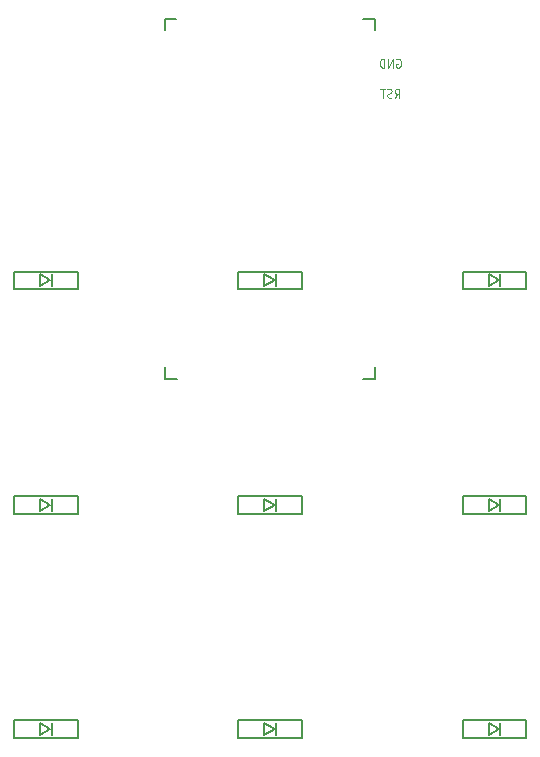
<source format=gbr>
%TF.GenerationSoftware,KiCad,Pcbnew,5.1.6-1.fc32*%
%TF.CreationDate,2020-07-09T19:21:21-05:00*%
%TF.ProjectId,source_pad,736f7572-6365-45f7-9061-642e6b696361,rev?*%
%TF.SameCoordinates,Original*%
%TF.FileFunction,Legend,Bot*%
%TF.FilePolarity,Positive*%
%FSLAX46Y46*%
G04 Gerber Fmt 4.6, Leading zero omitted, Abs format (unit mm)*
G04 Created by KiCad (PCBNEW 5.1.6-1.fc32) date 2020-07-09 19:21:21*
%MOMM*%
%LPD*%
G01*
G04 APERTURE LIST*
%ADD10C,0.150000*%
%ADD11C,0.125000*%
%ADD12C,4.100000*%
%ADD13C,2.000000*%
%ADD14O,2.600000X2.100000*%
%ADD15C,0.800000*%
%ADD16C,4.500000*%
%ADD17R,1.400000X1.050000*%
%ADD18C,1.497000*%
%ADD19R,1.497000X1.497000*%
%ADD20C,1.624000*%
G04 APERTURE END LIST*
D10*
%TO.C,D1*%
X97300000Y-110250000D02*
X97300000Y-108750000D01*
X102700000Y-110250000D02*
X97300000Y-110250000D01*
X102700000Y-108750000D02*
X102700000Y-110250000D01*
X97300000Y-108750000D02*
X102700000Y-108750000D01*
X100500000Y-109000000D02*
X100500000Y-110000000D01*
X99500000Y-110000000D02*
X100400000Y-109500000D01*
X99500000Y-109000000D02*
X99500000Y-110000000D01*
X100400000Y-109500000D02*
X99500000Y-109000000D01*
%TO.C,D2*%
X97300000Y-129250000D02*
X97300000Y-127750000D01*
X102700000Y-129250000D02*
X97300000Y-129250000D01*
X102700000Y-127750000D02*
X102700000Y-129250000D01*
X97300000Y-127750000D02*
X102700000Y-127750000D01*
X100500000Y-128000000D02*
X100500000Y-129000000D01*
X99500000Y-129000000D02*
X100400000Y-128500000D01*
X99500000Y-128000000D02*
X99500000Y-129000000D01*
X100400000Y-128500000D02*
X99500000Y-128000000D01*
%TO.C,D3*%
X100400000Y-147500000D02*
X99500000Y-147000000D01*
X99500000Y-147000000D02*
X99500000Y-148000000D01*
X99500000Y-148000000D02*
X100400000Y-147500000D01*
X100500000Y-147000000D02*
X100500000Y-148000000D01*
X97300000Y-146750000D02*
X102700000Y-146750000D01*
X102700000Y-146750000D02*
X102700000Y-148250000D01*
X102700000Y-148250000D02*
X97300000Y-148250000D01*
X97300000Y-148250000D02*
X97300000Y-146750000D01*
%TO.C,D4*%
X119400000Y-109500000D02*
X118500000Y-109000000D01*
X118500000Y-109000000D02*
X118500000Y-110000000D01*
X118500000Y-110000000D02*
X119400000Y-109500000D01*
X119500000Y-109000000D02*
X119500000Y-110000000D01*
X116300000Y-108750000D02*
X121700000Y-108750000D01*
X121700000Y-108750000D02*
X121700000Y-110250000D01*
X121700000Y-110250000D02*
X116300000Y-110250000D01*
X116300000Y-110250000D02*
X116300000Y-108750000D01*
%TO.C,D5*%
X119400000Y-128500000D02*
X118500000Y-128000000D01*
X118500000Y-128000000D02*
X118500000Y-129000000D01*
X118500000Y-129000000D02*
X119400000Y-128500000D01*
X119500000Y-128000000D02*
X119500000Y-129000000D01*
X116300000Y-127750000D02*
X121700000Y-127750000D01*
X121700000Y-127750000D02*
X121700000Y-129250000D01*
X121700000Y-129250000D02*
X116300000Y-129250000D01*
X116300000Y-129250000D02*
X116300000Y-127750000D01*
%TO.C,D6*%
X116300000Y-148250000D02*
X116300000Y-146750000D01*
X121700000Y-148250000D02*
X116300000Y-148250000D01*
X121700000Y-146750000D02*
X121700000Y-148250000D01*
X116300000Y-146750000D02*
X121700000Y-146750000D01*
X119500000Y-147000000D02*
X119500000Y-148000000D01*
X118500000Y-148000000D02*
X119400000Y-147500000D01*
X118500000Y-147000000D02*
X118500000Y-148000000D01*
X119400000Y-147500000D02*
X118500000Y-147000000D01*
%TO.C,D7*%
X135300000Y-110250000D02*
X135300000Y-108750000D01*
X140700000Y-110250000D02*
X135300000Y-110250000D01*
X140700000Y-108750000D02*
X140700000Y-110250000D01*
X135300000Y-108750000D02*
X140700000Y-108750000D01*
X138500000Y-109000000D02*
X138500000Y-110000000D01*
X137500000Y-110000000D02*
X138400000Y-109500000D01*
X137500000Y-109000000D02*
X137500000Y-110000000D01*
X138400000Y-109500000D02*
X137500000Y-109000000D01*
%TO.C,D8*%
X138400000Y-128500000D02*
X137500000Y-128000000D01*
X137500000Y-128000000D02*
X137500000Y-129000000D01*
X137500000Y-129000000D02*
X138400000Y-128500000D01*
X138500000Y-128000000D02*
X138500000Y-129000000D01*
X135300000Y-127750000D02*
X140700000Y-127750000D01*
X140700000Y-127750000D02*
X140700000Y-129250000D01*
X140700000Y-129250000D02*
X135300000Y-129250000D01*
X135300000Y-129250000D02*
X135300000Y-127750000D01*
%TO.C,D9*%
X138400000Y-147500000D02*
X137500000Y-147000000D01*
X137500000Y-147000000D02*
X137500000Y-148000000D01*
X137500000Y-148000000D02*
X138400000Y-147500000D01*
X138500000Y-147000000D02*
X138500000Y-148000000D01*
X135300000Y-146750000D02*
X140700000Y-146750000D01*
X140700000Y-146750000D02*
X140700000Y-148250000D01*
X140700000Y-148250000D02*
X135300000Y-148250000D01*
X135300000Y-148250000D02*
X135300000Y-146750000D01*
%TO.C,U1*%
X127900000Y-87340000D02*
X127900000Y-88340000D01*
X110100000Y-87340000D02*
X110100000Y-88340000D01*
X127900000Y-87340000D02*
X126900000Y-87340000D01*
X110100000Y-87340000D02*
X111050000Y-87340000D01*
X127900000Y-116800000D02*
X127900000Y-117850000D01*
X110100000Y-116850000D02*
X110100000Y-117850000D01*
X127900000Y-117850000D02*
X126900000Y-117850000D01*
X110100000Y-117850000D02*
X111110000Y-117850000D01*
D11*
X129561904Y-94039285D02*
X129785238Y-93682142D01*
X129944761Y-94039285D02*
X129944761Y-93289285D01*
X129689523Y-93289285D01*
X129625714Y-93325000D01*
X129593809Y-93360714D01*
X129561904Y-93432142D01*
X129561904Y-93539285D01*
X129593809Y-93610714D01*
X129625714Y-93646428D01*
X129689523Y-93682142D01*
X129944761Y-93682142D01*
X129306666Y-94003571D02*
X129210952Y-94039285D01*
X129051428Y-94039285D01*
X128987619Y-94003571D01*
X128955714Y-93967857D01*
X128923809Y-93896428D01*
X128923809Y-93825000D01*
X128955714Y-93753571D01*
X128987619Y-93717857D01*
X129051428Y-93682142D01*
X129179047Y-93646428D01*
X129242857Y-93610714D01*
X129274761Y-93575000D01*
X129306666Y-93503571D01*
X129306666Y-93432142D01*
X129274761Y-93360714D01*
X129242857Y-93325000D01*
X129179047Y-93289285D01*
X129019523Y-93289285D01*
X128923809Y-93325000D01*
X128732380Y-93289285D02*
X128349523Y-93289285D01*
X128540952Y-94039285D02*
X128540952Y-93289285D01*
X129705476Y-90775000D02*
X129769285Y-90739285D01*
X129865000Y-90739285D01*
X129960714Y-90775000D01*
X130024523Y-90846428D01*
X130056428Y-90917857D01*
X130088333Y-91060714D01*
X130088333Y-91167857D01*
X130056428Y-91310714D01*
X130024523Y-91382142D01*
X129960714Y-91453571D01*
X129865000Y-91489285D01*
X129801190Y-91489285D01*
X129705476Y-91453571D01*
X129673571Y-91417857D01*
X129673571Y-91167857D01*
X129801190Y-91167857D01*
X129386428Y-91489285D02*
X129386428Y-90739285D01*
X129003571Y-91489285D01*
X129003571Y-90739285D01*
X128684523Y-91489285D02*
X128684523Y-90739285D01*
X128525000Y-90739285D01*
X128429285Y-90775000D01*
X128365476Y-90846428D01*
X128333571Y-90917857D01*
X128301666Y-91060714D01*
X128301666Y-91167857D01*
X128333571Y-91310714D01*
X128365476Y-91382142D01*
X128429285Y-91453571D01*
X128525000Y-91489285D01*
X128684523Y-91489285D01*
D10*
%TD*%
%LPC*%
D12*
%TO.C,SW6*%
X119000000Y-138000000D03*
D13*
X113500000Y-138000000D03*
X124500000Y-138000000D03*
D14*
X121540000Y-132920000D03*
X115190000Y-135460000D03*
%TD*%
D15*
%TO.C,REF\u002A\u002A*%
X91166726Y-146833274D03*
X90000000Y-146350000D03*
X88833274Y-146833274D03*
X88350000Y-148000000D03*
X88833274Y-149166726D03*
X90000000Y-149650000D03*
X91166726Y-149166726D03*
X91650000Y-148000000D03*
D16*
X90000000Y-148000000D03*
%TD*%
D15*
%TO.C,REF\u002A\u002A*%
X149166726Y-146833274D03*
X148000000Y-146350000D03*
X146833274Y-146833274D03*
X146350000Y-148000000D03*
X146833274Y-149166726D03*
X148000000Y-149650000D03*
X149166726Y-149166726D03*
X149650000Y-148000000D03*
D16*
X148000000Y-148000000D03*
%TD*%
D15*
%TO.C,REF\u002A\u002A*%
X149166726Y-88833274D03*
X148000000Y-88350000D03*
X146833274Y-88833274D03*
X146350000Y-90000000D03*
X146833274Y-91166726D03*
X148000000Y-91650000D03*
X149166726Y-91166726D03*
X149650000Y-90000000D03*
D16*
X148000000Y-90000000D03*
%TD*%
D15*
%TO.C,REF\u002A\u002A*%
X91166726Y-88833274D03*
X90000000Y-88350000D03*
X88833274Y-88833274D03*
X88350000Y-90000000D03*
X88833274Y-91166726D03*
X90000000Y-91650000D03*
X91166726Y-91166726D03*
X91650000Y-90000000D03*
D16*
X90000000Y-90000000D03*
%TD*%
D14*
%TO.C,SW1*%
X96190000Y-97460000D03*
X102540000Y-94920000D03*
D13*
X105500000Y-100000000D03*
X94500000Y-100000000D03*
D12*
X100000000Y-100000000D03*
%TD*%
%TO.C,SW2*%
X100000000Y-119000000D03*
D13*
X94500000Y-119000000D03*
X105500000Y-119000000D03*
D14*
X102540000Y-113920000D03*
X96190000Y-116460000D03*
%TD*%
D12*
%TO.C,SW3*%
X100000000Y-138000000D03*
D13*
X94500000Y-138000000D03*
X105500000Y-138000000D03*
D14*
X102540000Y-132920000D03*
X96190000Y-135460000D03*
%TD*%
%TO.C,SW4*%
X115190000Y-97460000D03*
X121540000Y-94920000D03*
D13*
X124500000Y-100000000D03*
X113500000Y-100000000D03*
D12*
X119000000Y-100000000D03*
%TD*%
%TO.C,SW5*%
X119000000Y-119000000D03*
D13*
X113500000Y-119000000D03*
X124500000Y-119000000D03*
D14*
X121540000Y-113920000D03*
X115190000Y-116460000D03*
%TD*%
D12*
%TO.C,SW7*%
X138000000Y-100000000D03*
D13*
X132500000Y-100000000D03*
X143500000Y-100000000D03*
D14*
X140540000Y-94920000D03*
X134190000Y-97460000D03*
%TD*%
%TO.C,SW8*%
X134190000Y-116460000D03*
X140540000Y-113920000D03*
D13*
X143500000Y-119000000D03*
X132500000Y-119000000D03*
D12*
X138000000Y-119000000D03*
%TD*%
D14*
%TO.C,SW9*%
X134190000Y-135460000D03*
X140540000Y-132920000D03*
D13*
X143500000Y-138000000D03*
X132500000Y-138000000D03*
D12*
X138000000Y-138000000D03*
%TD*%
D17*
%TO.C,D1*%
X98225000Y-109500000D03*
D18*
X96190000Y-109500000D03*
D19*
X103810000Y-109500000D03*
D17*
X101775000Y-109500000D03*
%TD*%
%TO.C,D2*%
X98225000Y-128500000D03*
D18*
X96190000Y-128500000D03*
D19*
X103810000Y-128500000D03*
D17*
X101775000Y-128500000D03*
%TD*%
%TO.C,D3*%
X101775000Y-147500000D03*
D19*
X103810000Y-147500000D03*
D18*
X96190000Y-147500000D03*
D17*
X98225000Y-147500000D03*
%TD*%
%TO.C,D4*%
X120775000Y-109500000D03*
D19*
X122810000Y-109500000D03*
D18*
X115190000Y-109500000D03*
D17*
X117225000Y-109500000D03*
%TD*%
%TO.C,D5*%
X120775000Y-128500000D03*
D19*
X122810000Y-128500000D03*
D18*
X115190000Y-128500000D03*
D17*
X117225000Y-128500000D03*
%TD*%
%TO.C,D6*%
X117225000Y-147500000D03*
D18*
X115190000Y-147500000D03*
D19*
X122810000Y-147500000D03*
D17*
X120775000Y-147500000D03*
%TD*%
%TO.C,D7*%
X136225000Y-109500000D03*
D18*
X134190000Y-109500000D03*
D19*
X141810000Y-109500000D03*
D17*
X139775000Y-109500000D03*
%TD*%
%TO.C,D8*%
X139775000Y-128500000D03*
D19*
X141810000Y-128500000D03*
D18*
X134190000Y-128500000D03*
D17*
X136225000Y-128500000D03*
%TD*%
%TO.C,D9*%
X139775000Y-147500000D03*
D19*
X141810000Y-147500000D03*
D18*
X134190000Y-147500000D03*
D17*
X136225000Y-147500000D03*
%TD*%
D20*
%TO.C,U1*%
X111388600Y-88622000D03*
X111388600Y-91162000D03*
X111388600Y-93702000D03*
X111388600Y-96242000D03*
X111388600Y-98782000D03*
X111388600Y-101322000D03*
X111388600Y-103862000D03*
X111388600Y-106402000D03*
X111388600Y-108942000D03*
X111388600Y-111482000D03*
X111388600Y-114022000D03*
X111388600Y-116562000D03*
X126608600Y-116562000D03*
X126608600Y-114022000D03*
X126608600Y-111482000D03*
X126608600Y-108942000D03*
X126608600Y-106402000D03*
X126608600Y-103862000D03*
X126608600Y-101322000D03*
X126608600Y-98782000D03*
X126608600Y-96242000D03*
X126608600Y-93702000D03*
X126608600Y-91162000D03*
X126608600Y-88622000D03*
%TD*%
M02*

</source>
